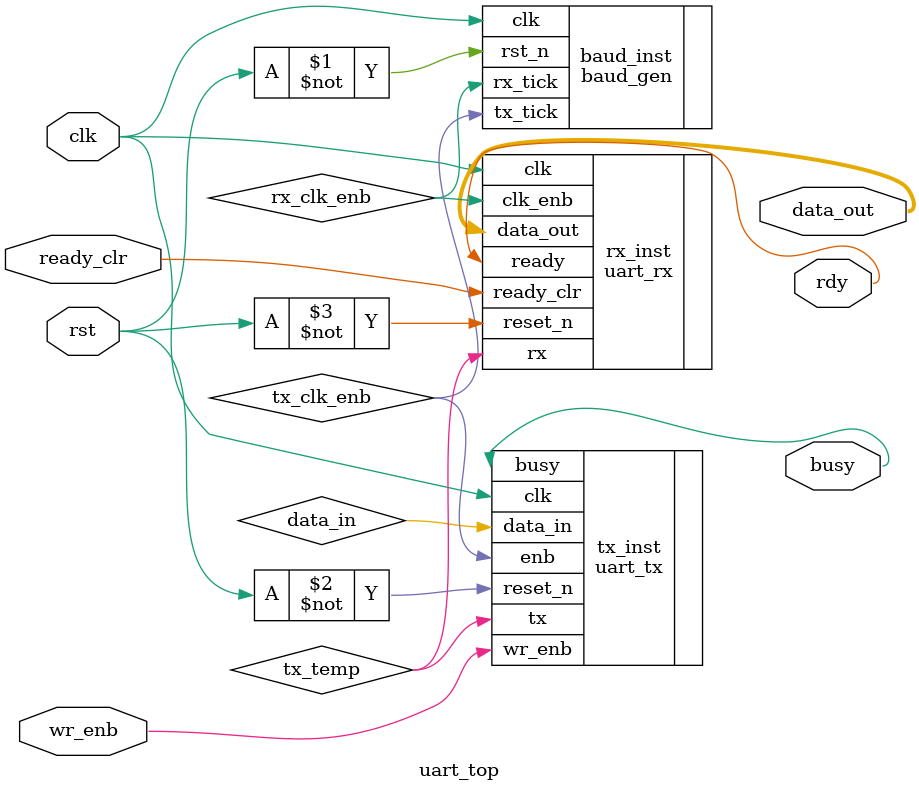
<source format=sv>
`timescale 1ns / 1ps

module uart_top(
    input  logic       clk,
    input  logic       rst,        // active-high reset 
    input  logic       wr_enb,
    input  logic       ready_clr,
    output logic       rdy,
    output logic       busy,
    output logic [7:0] data_out
);

    // serial line between TX and RX 
    logic tx_temp;

    // clock enables , ticks from baud generator
    logic tx_clk_enb;
    logic rx_clk_enb;

    // -----------------------------------------------------------------
    // baud generator
	// -----------------------------------------------------------------
    baud_gen #(
        .Clk_freq(100_000_000),
        .Baud_rate(9_600),
        .Oversample(16)
    ) baud_inst (
        .clk    (clk),
        .rst_n  (~rst),
        .tx_tick(tx_clk_enb),
        .rx_tick(rx_clk_enb)
    );

    // -----------------------------------------------------------------
    // uart_tx
    // - enb connects to tx_clk_enb (bit-time tick)
    // - tx drives tx_temp (serial line)
    // -----------------------------------------------------------------
    uart_tx tx_inst (
        .clk     (clk),
        .reset_n (~rst),
        .wr_enb  (wr_enb),
        .enb     (tx_clk_enb),
        .data_in (data_in),
        .tx      (tx_temp),
        .busy    (busy)
    );

    // -----------------------------------------------------------------
    // uart_rx
    // - rx samples the same serial line tx_temp
    // - clk_enb connects to rx_clk_enb (oversample tick)
    // -----------------------------------------------------------------
    uart_rx rx_inst (
        .clk       (clk),
        .reset_n   (~rst),
        .ready_clr (ready_clr),
        .clk_enb   (rx_clk_enb),
        .rx        (tx_temp),
        .data_out  (data_out),
        .ready     (rdy)
    );

endmodule

</source>
